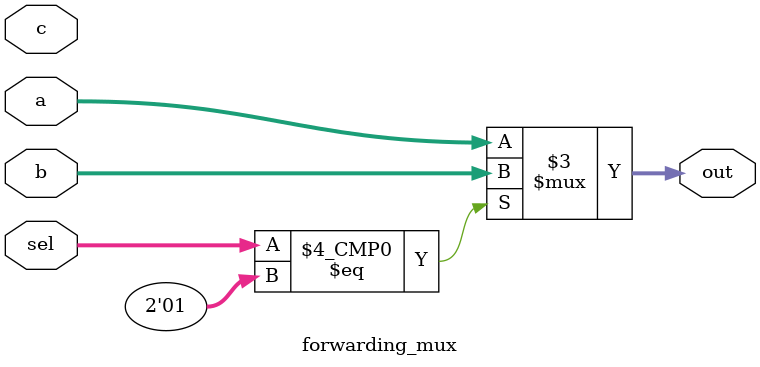
<source format=v>
`timescale 1ns / 1ps


module forwarding_mux(a,b,c,sel,out);
input [31:0] a,b,c;
input [1:0] sel;
output reg [31:0] out;

always@(*)
begin
case(sel)
1'b00 : out = a;
1'b01 : out = b;
1'b10 : out = c;
default : out = a;
endcase
end
endmodule

</source>
